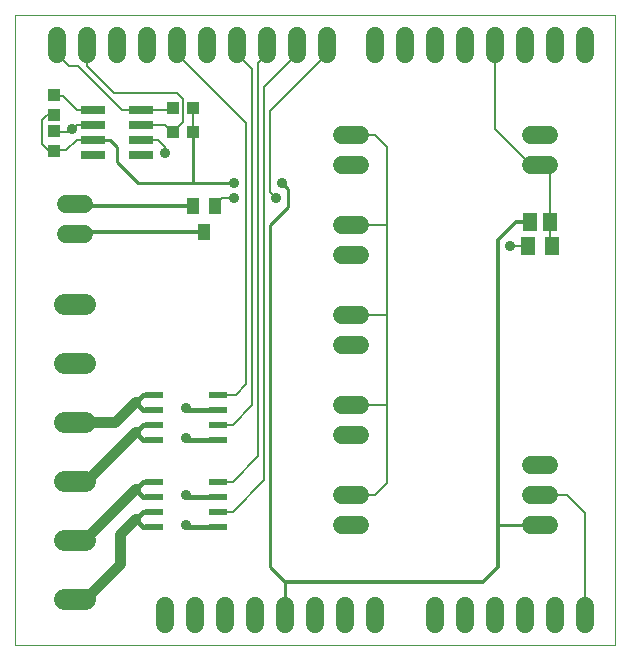
<source format=gtl>
G75*
G70*
%OFA0B0*%
%FSLAX24Y24*%
%IPPOS*%
%LPD*%
%AMOC8*
5,1,8,0,0,1.08239X$1,22.5*
%
%ADD10C,0.0000*%
%ADD11C,0.0600*%
%ADD12R,0.0610X0.0236*%
%ADD13C,0.0705*%
%ADD14R,0.0512X0.0591*%
%ADD15R,0.0512X0.0630*%
%ADD16R,0.0800X0.0310*%
%ADD17R,0.0394X0.0433*%
%ADD18R,0.0394X0.0551*%
%ADD19C,0.0360*%
%ADD20C,0.0160*%
%ADD21C,0.0080*%
%ADD22C,0.0357*%
%ADD23C,0.0120*%
%ADD24C,0.0100*%
D10*
X000350Y000450D02*
X000350Y021450D01*
X020350Y021450D01*
X020350Y000450D01*
X000350Y000450D01*
D11*
X005350Y001150D02*
X005350Y001750D01*
X006350Y001750D02*
X006350Y001150D01*
X007350Y001150D02*
X007350Y001750D01*
X008350Y001750D02*
X008350Y001150D01*
X009350Y001150D02*
X009350Y001750D01*
X010350Y001750D02*
X010350Y001150D01*
X011350Y001150D02*
X011350Y001750D01*
X012350Y001750D02*
X012350Y001150D01*
X014350Y001150D02*
X014350Y001750D01*
X015350Y001750D02*
X015350Y001150D01*
X016350Y001150D02*
X016350Y001750D01*
X017350Y001750D02*
X017350Y001150D01*
X018350Y001150D02*
X018350Y001750D01*
X019350Y001750D02*
X019350Y001150D01*
X018150Y004450D02*
X017550Y004450D01*
X017550Y005450D02*
X018150Y005450D01*
X018150Y006450D02*
X017550Y006450D01*
X011850Y005450D02*
X011250Y005450D01*
X011250Y004450D02*
X011850Y004450D01*
X011850Y007450D02*
X011250Y007450D01*
X011250Y008450D02*
X011850Y008450D01*
X011850Y010450D02*
X011250Y010450D01*
X011250Y011450D02*
X011850Y011450D01*
X011850Y013450D02*
X011250Y013450D01*
X011250Y014450D02*
X011850Y014450D01*
X011850Y016450D02*
X011250Y016450D01*
X011250Y017450D02*
X011850Y017450D01*
X012350Y020150D02*
X012350Y020750D01*
X013350Y020750D02*
X013350Y020150D01*
X014350Y020150D02*
X014350Y020750D01*
X015350Y020750D02*
X015350Y020150D01*
X016350Y020150D02*
X016350Y020750D01*
X017350Y020750D02*
X017350Y020150D01*
X018350Y020150D02*
X018350Y020750D01*
X019350Y020750D02*
X019350Y020150D01*
X018150Y017450D02*
X017550Y017450D01*
X017550Y016450D02*
X018150Y016450D01*
X010750Y020150D02*
X010750Y020750D01*
X009750Y020750D02*
X009750Y020150D01*
X008750Y020150D02*
X008750Y020750D01*
X007750Y020750D02*
X007750Y020150D01*
X006750Y020150D02*
X006750Y020750D01*
X005750Y020750D02*
X005750Y020150D01*
X004750Y020150D02*
X004750Y020750D01*
X003750Y020750D02*
X003750Y020150D01*
X002750Y020150D02*
X002750Y020750D01*
X001750Y020750D02*
X001750Y020150D01*
X002050Y015150D02*
X002650Y015150D01*
X002650Y014150D02*
X002050Y014150D01*
D12*
X004987Y008800D03*
X004987Y008300D03*
X004987Y007800D03*
X004987Y007300D03*
X004987Y005900D03*
X004987Y005400D03*
X004987Y004900D03*
X004987Y004400D03*
X007113Y004400D03*
X007113Y004900D03*
X007113Y005400D03*
X007113Y005900D03*
X007113Y007300D03*
X007113Y007800D03*
X007113Y008300D03*
X007113Y008800D03*
D13*
X002695Y007881D02*
X001990Y007881D01*
X001990Y005919D02*
X002695Y005919D01*
X002695Y003950D02*
X001990Y003950D01*
X001990Y001981D02*
X002695Y001981D01*
X002695Y009850D02*
X001990Y009850D01*
X001990Y011819D02*
X002695Y011819D01*
D14*
X017515Y014550D03*
X018185Y014550D03*
D15*
X018244Y013750D03*
X017456Y013750D03*
D16*
X004537Y016800D03*
X004537Y017300D03*
X004537Y017800D03*
X004537Y018300D03*
X002963Y018300D03*
X002963Y017800D03*
X002963Y017300D03*
X002963Y016800D03*
D17*
X001650Y016915D03*
X001650Y017585D03*
X001650Y018115D03*
X001650Y018785D03*
X005615Y018350D03*
X006285Y018350D03*
X006285Y017550D03*
X005615Y017550D03*
D18*
X006276Y015083D03*
X007024Y015083D03*
X006650Y014217D03*
D19*
X004350Y008550D02*
X003681Y007881D01*
X002342Y007881D01*
X002342Y005919D02*
X002719Y005919D01*
X004350Y007550D01*
X004350Y005650D02*
X002650Y003950D01*
X002342Y003950D01*
X003850Y004150D02*
X003850Y003150D01*
X002681Y001981D01*
X002342Y001981D01*
X003850Y004150D02*
X004350Y004650D01*
D20*
X004600Y004400D01*
X004987Y004400D01*
X004987Y004900D02*
X004600Y004900D01*
X004350Y004650D01*
X004600Y005400D02*
X004350Y005650D01*
X004600Y005900D01*
X004987Y005900D01*
X004987Y005400D02*
X004600Y005400D01*
X006050Y005450D02*
X006100Y005400D01*
X007113Y005400D01*
X007113Y004400D02*
X006100Y004400D01*
X006050Y004450D01*
X006100Y007300D02*
X006050Y007350D01*
X006100Y007300D02*
X007113Y007300D01*
X007113Y008300D02*
X006100Y008300D01*
X006050Y008350D01*
X004987Y008300D02*
X004600Y008300D01*
X004350Y008550D01*
X004600Y008800D01*
X004987Y008800D01*
X004987Y007800D02*
X004600Y007800D01*
X004350Y007550D01*
X004600Y007300D01*
X004987Y007300D01*
D21*
X007113Y007800D02*
X007600Y007800D01*
X008250Y008450D01*
X008250Y019650D01*
X007750Y020150D01*
X007750Y020450D01*
X008450Y019850D02*
X008750Y020150D01*
X008750Y020450D01*
X008450Y019850D02*
X008450Y006750D01*
X007600Y005900D01*
X007113Y005900D01*
X007113Y004900D02*
X007600Y004900D01*
X008650Y005950D01*
X008650Y019050D01*
X009750Y020150D01*
X009750Y020450D01*
X010750Y020450D02*
X010750Y020150D01*
X008850Y018250D01*
X008850Y015550D01*
X009050Y015350D01*
X007650Y015350D02*
X007250Y015350D01*
X007024Y015083D01*
X005350Y016850D02*
X005350Y017050D01*
X005100Y017300D01*
X004537Y017300D01*
X004537Y017800D02*
X005365Y017800D01*
X005615Y017550D01*
X005950Y017885D01*
X005950Y018650D01*
X005750Y018850D01*
X003650Y018850D01*
X002750Y019750D01*
X002750Y020450D01*
X002450Y019750D02*
X002150Y019750D01*
X001750Y020150D01*
X001750Y020450D01*
X002450Y019750D02*
X003900Y018300D01*
X004537Y018300D01*
X005565Y018300D01*
X005615Y018350D01*
X006285Y018350D02*
X006285Y017550D01*
X008050Y017850D02*
X005750Y020150D01*
X005750Y020450D01*
X008050Y017850D02*
X008050Y009150D01*
X007700Y008800D01*
X007113Y008800D01*
X011550Y008450D02*
X012750Y008450D01*
X012750Y005850D01*
X012350Y005450D01*
X011550Y005450D01*
X012750Y008450D02*
X012750Y011450D01*
X011550Y011450D01*
X012750Y011450D02*
X012750Y014450D01*
X011550Y014450D01*
X012750Y014450D02*
X012750Y017050D01*
X012350Y017450D01*
X011550Y017450D01*
X016350Y017650D02*
X016350Y020450D01*
X016350Y017650D02*
X017550Y016450D01*
X017850Y016450D01*
X018050Y016450D01*
X018185Y016315D01*
X018185Y014550D01*
X018185Y013809D01*
X018244Y013750D01*
X017456Y013750D02*
X016850Y013750D01*
X017850Y005450D02*
X018750Y005450D01*
X019350Y004850D01*
X019350Y001450D01*
X017850Y004450D02*
X017450Y004450D01*
X002963Y017300D02*
X002400Y017300D01*
X002050Y016950D01*
X001685Y016950D01*
X001650Y016915D01*
X001615Y016950D01*
X001450Y016950D01*
X001250Y017150D01*
X001250Y017950D01*
X001415Y018115D01*
X001650Y018115D01*
X001650Y017585D02*
X001685Y017550D01*
X002150Y017550D01*
X002250Y017650D01*
X002400Y017800D01*
X002963Y017800D01*
X002963Y018300D02*
X002400Y018300D01*
X001950Y018750D01*
X001685Y018750D01*
X001650Y018785D01*
D22*
X002250Y017650D03*
X005350Y016850D03*
X007650Y015850D03*
X007650Y015350D03*
X009050Y015350D03*
X009250Y015850D03*
X006050Y008350D03*
X006050Y007350D03*
X006050Y005450D03*
X006050Y004450D03*
X016850Y013750D03*
D23*
X016450Y013950D02*
X016450Y004450D01*
X016450Y003050D01*
X015950Y002550D01*
X009350Y002550D01*
X016450Y013950D02*
X017050Y014550D01*
X017515Y014550D01*
X006650Y014217D02*
X002417Y014217D01*
X002350Y014150D01*
X002417Y015083D02*
X002350Y015150D01*
X002417Y015083D02*
X006276Y015083D01*
D24*
X006250Y015850D02*
X006285Y015885D01*
X006285Y017550D01*
X006250Y015850D02*
X004450Y015850D01*
X003750Y016550D01*
X003750Y017050D01*
X003500Y017300D01*
X002963Y017300D01*
X006250Y015850D02*
X007650Y015850D01*
X008850Y014450D02*
X009450Y015050D01*
X009450Y015650D01*
X009250Y015850D01*
X008850Y014450D02*
X008850Y003050D01*
X009350Y002550D01*
X009350Y001450D01*
X016450Y004450D02*
X017450Y004450D01*
M02*

</source>
